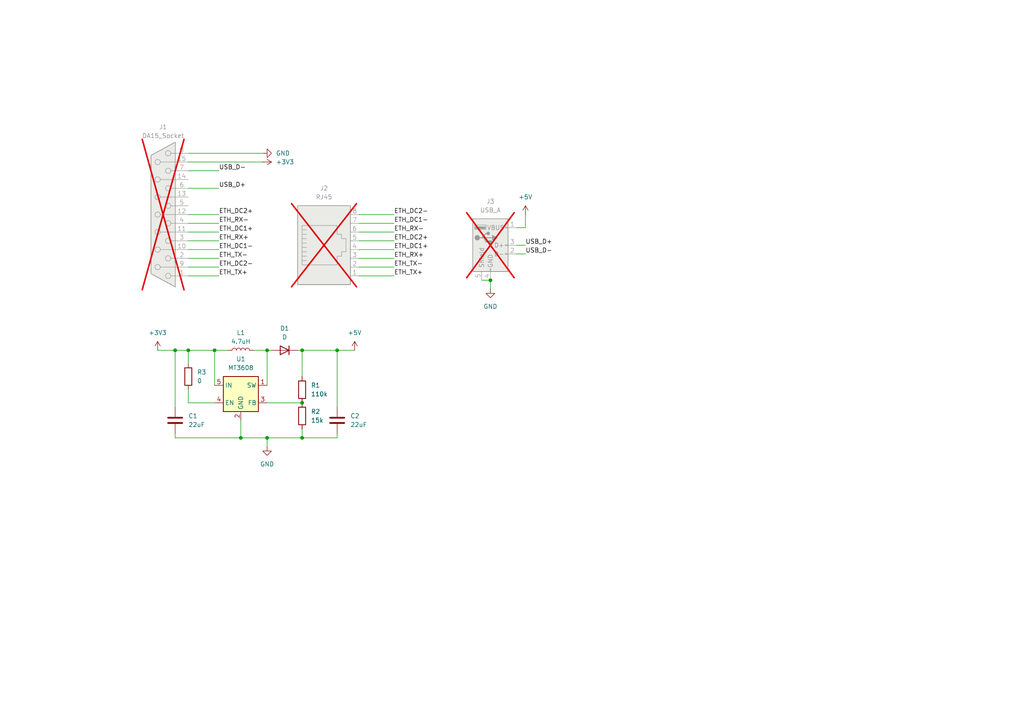
<source format=kicad_sch>
(kicad_sch (version 20250114) (generator "eeschema") (generator_version "9.0")
  (paper "A4")
  (lib_symbols
    (symbol "Connector:DA15_Socket" (pin_names (offset 1.016) (hide yes))
      (property "Reference" "J" (at 0.508 21.59 0))
      (property "Value" "DA15_Socket" (at 0 -22.225 0))
      (symbol "DA15_Socket_0_1"
        (polyline (pts (xy -3.81 20.955) (xy 3.175 17.145) (xy 3.175 -17.145) (xy -3.81 -20.955) (xy -3.81 20.955)) (stroke (width 0.254)) (fill (type background)))
        (polyline (pts (xy -3.81 17.78) (xy -2.54 17.78)))
        (polyline (pts (xy -3.81 15.24) (xy 0.508 15.24)))
        (polyline (pts (xy -3.81 12.7) (xy -2.54 12.7)))
        (polyline (pts (xy -3.81 10.16) (xy 0.508 10.16)))
        (polyline (pts (xy -3.81 7.62) (xy -2.54 7.62)))
        (polyline (pts (xy -3.81 5.08) (xy 0.508 5.08)))
        (polyline (pts (xy -3.81 2.54) (xy -2.54 2.54)))
        (polyline (pts (xy -3.81 0) (xy 0.508 0)))
        (polyline (pts (xy -3.81 -2.54) (xy -2.54 -2.54)))
        (polyline (pts (xy -3.81 -5.08) (xy 0.508 -5.08)))
        (polyline (pts (xy -3.81 -7.62) (xy -2.54 -7.62)))
        (polyline (pts (xy -3.81 -10.16) (xy 0.508 -10.16)))
        (polyline (pts (xy -3.81 -12.7) (xy -2.54 -12.7)))
        (polyline (pts (xy -3.81 -15.24) (xy 0.508 -15.24)))
        (polyline (pts (xy -3.81 -17.78) (xy -2.54 -17.78)))
        (circle (center -1.778 17.78) (radius 0.762))
        (circle (center -1.778 12.7) (radius 0.762))
        (circle (center -1.778 7.62) (radius 0.762))
        (circle (center -1.778 2.54) (radius 0.762))
        (circle (center -1.778 -2.54) (radius 0.762))
        (circle (center -1.778 -7.62) (radius 0.762))
        (circle (center -1.778 -12.7) (radius 0.762))
        (circle (center -1.778 -17.78) (radius 0.762))
        (circle (center 1.27 15.24) (radius 0.762))
        (circle (center 1.27 10.16) (radius 0.762))
        (circle (center 1.27 5.08) (radius 0.762))
        (circle (center 1.27 0) (radius 0.762))
        (circle (center 1.27 -5.08) (radius 0.762))
        (circle (center 1.27 -10.16) (radius 0.762))
        (circle (center 1.27 -15.24) (radius 0.762))
      )
      (symbol "DA15_Socket_1_1"
        (pin passive line (at -7.62 17.78 0) (length 3.81) (name "1") (number "1"))
        (pin passive line (at -7.62 15.24 0) (length 3.81) (name "P9") (number "9"))
        (pin passive line (at -7.62 12.7 0) (length 3.81) (name "2") (number "2"))
        (pin passive line (at -7.62 10.16 0) (length 3.81) (name "P10") (number "10"))
        (pin passive line (at -7.62 7.62 0) (length 3.81) (name "3") (number "3"))
        (pin passive line (at -7.62 5.08 0) (length 3.81) (name "P111") (number "11"))
        (pin passive line (at -7.62 2.54 0) (length 3.81) (name "4") (number "4"))
        (pin passive line (at -7.62 0 0) (length 3.81) (name "P12") (number "12"))
        (pin passive line (at -7.62 -2.54 0) (length 3.81) (name "5") (number "5"))
        (pin passive line (at -7.62 -5.08 0) (length 3.81) (name "P13") (number "13"))
        (pin passive line (at -7.62 -7.62 0) (length 3.81) (name "6") (number "6"))
        (pin passive line (at -7.62 -10.16 0) (length 3.81) (name "P14") (number "14"))
        (pin passive line (at -7.62 -12.7 0) (length 3.81) (name "7") (number "7"))
        (pin passive line (at -7.62 -15.24 0) (length 3.81) (name "P15") (number "15"))
        (pin passive line (at -7.62 -17.78 0) (length 3.81) (name "8") (number "8"))
      )
    )
    (symbol "Connector:RJ45" (pin_names (offset 1.016))
      (property "Reference" "J" (at -5.08 13.97 0))
      (property "Value" "RJ45" (at 2.54 13.97 0))
      (symbol "RJ45_0_1"
        (polyline (pts (xy -6.35 1.905) (xy -5.08 1.905) (xy -5.08 1.905)))
        (polyline (pts (xy -6.35 0.635) (xy -5.08 0.635) (xy -5.08 0.635)))
        (polyline (pts (xy -6.35 -0.635) (xy -5.08 -0.635) (xy -5.08 -0.635)))
        (polyline (pts (xy -6.35 -1.905) (xy -5.08 -1.905) (xy -5.08 -1.905)))
        (polyline (pts (xy -6.35 -3.175) (xy -5.08 -3.175) (xy -5.08 -3.175)))
        (polyline (pts (xy -6.35 -4.445) (xy -6.35 6.985) (xy 3.81 6.985) (xy 3.81 4.445) (xy 5.08 4.445) (xy 5.08 3.175) (xy 6.35 3.175) (xy 6.35 -0.635) (xy 5.08 -0.635) (xy 5.08 -1.905) (xy 3.81 -1.905) (xy 3.81 -4.445) (xy -6.35 -4.445) (xy -6.35 -4.445)))
        (polyline (pts (xy -5.08 5.715) (xy -6.35 5.715)))
        (polyline (pts (xy -5.08 4.445) (xy -6.35 4.445)))
        (polyline (pts (xy -5.08 3.175) (xy -6.35 3.175) (xy -6.35 3.175)))
        (rectangle (start 7.62 12.7) (end -7.62 -10.16) (stroke (width 0.254)) (fill (type background)))
      )
      (symbol "RJ45_1_1"
        (pin passive line (at 10.16 10.16 180) (length 2.54) (name "~") (number "8"))
        (pin passive line (at 10.16 7.62 180) (length 2.54) (name "~") (number "7"))
        (pin passive line (at 10.16 5.08 180) (length 2.54) (name "~") (number "6"))
        (pin passive line (at 10.16 2.54 180) (length 2.54) (name "~") (number "5"))
        (pin passive line (at 10.16 0 180) (length 2.54) (name "~") (number "4"))
        (pin passive line (at 10.16 -2.54 180) (length 2.54) (name "~") (number "3"))
        (pin passive line (at 10.16 -5.08 180) (length 2.54) (name "~") (number "2"))
        (pin passive line (at 10.16 -7.62 180) (length 2.54) (name "~") (number "1"))
      )
    )
    (symbol "Connector:USB_A" (pin_names (offset 1.016))
      (property "Reference" "J" (at -5.08 11.43 0))
      (property "Value" "USB_A" (at -5.08 8.89 0))
      (symbol "USB_A_0_1"
        (rectangle (start -5.08 -7.62) (end 5.08 7.62) (stroke (width 0.254)) (fill (type background)))
        (circle (center -3.81 2.159) (radius 0.635) (stroke (width 0.254)) (fill (type outline)))
        (polyline (pts (xy -3.175 2.159) (xy -2.54 2.159) (xy -1.27 3.429) (xy -0.635 3.429)) (stroke (width 0.254)))
        (polyline (pts (xy -2.54 2.159) (xy -1.905 2.159) (xy -1.27 0.889) (xy 0 0.889)) (stroke (width 0.254)))
        (rectangle (start -1.524 4.826) (end -4.318 5.334) (fill (type outline)))
        (rectangle (start -1.27 4.572) (end -4.572 5.842))
        (circle (center -0.635 3.429) (radius 0.381) (stroke (width 0.254)) (fill (type outline)))
        (rectangle (start -0.127 -7.62) (end 0.127 -6.858))
        (rectangle (start 0.254 1.27) (end -0.508 0.508) (stroke (width 0.254)) (fill (type outline)))
        (polyline (pts (xy 0.635 2.794) (xy 0.635 1.524) (xy 1.905 2.159) (xy 0.635 2.794)) (stroke (width 0.254)) (fill (type outline)))
        (rectangle (start 5.08 4.953) (end 4.318 5.207))
        (rectangle (start 5.08 -0.127) (end 4.318 0.127))
        (rectangle (start 5.08 -2.667) (end 4.318 -2.413))
      )
      (symbol "USB_A_1_1"
        (polyline (pts (xy -1.905 2.159) (xy 0.635 2.159)) (stroke (width 0.254)))
        (pin passive line (at -2.54 -10.16 90) (length 2.54) (name "Shield") (number "5"))
        (pin power_in line (at 0 -10.16 90) (length 2.54) (name "GND") (number "4"))
        (pin power_in line (at 7.62 5.08 180) (length 2.54) (name "VBUS") (number "1"))
        (pin bidirectional line (at 7.62 0 180) (length 2.54) (name "D+") (number "3"))
        (pin bidirectional line (at 7.62 -2.54 180) (length 2.54) (name "D-") (number "2"))
      )
    )
    (symbol "Device:C" (pin_numbers (hide yes)) (pin_names (offset 0.254))
      (property "Reference" "C" (at 0.635 2.54 0))
      (property "Value" "C" (at 0.635 -2.54 0))
      (symbol "C_0_1"
        (polyline (pts (xy -2.032 0.762) (xy 2.032 0.762)) (stroke (width 0.508)))
        (polyline (pts (xy -2.032 -0.762) (xy 2.032 -0.762)) (stroke (width 0.508)))
      )
      (symbol "C_1_1"
        (pin passive line (at 0 3.81 270) (length 2.794) (name "~") (number "1"))
        (pin passive line (at 0 -3.81 90) (length 2.794) (name "~") (number "2"))
      )
    )
    (symbol "Device:D" (pin_numbers (hide yes)) (pin_names (offset 1.016) (hide yes))
      (property "Reference" "D" (at 0 2.54 0))
      (property "Value" "D" (at 0 -2.54 0))
      (symbol "D_0_1"
        (polyline (pts (xy -1.27 1.27) (xy -1.27 -1.27)) (stroke (width 0.254)))
        (polyline (pts (xy 1.27 1.27) (xy 1.27 -1.27) (xy -1.27 0) (xy 1.27 1.27)) (stroke (width 0.254)))
        (polyline (pts (xy 1.27 0) (xy -1.27 0)))
      )
      (symbol "D_1_1"
        (pin passive line (at -3.81 0 0) (length 2.54) (name "K") (number "1"))
        (pin passive line (at 3.81 0 180) (length 2.54) (name "A") (number "2"))
      )
    )
    (symbol "Device:L" (pin_numbers (hide yes)) (pin_names (offset 1.016) (hide yes))
      (property "Reference" "L" (at -1.27 0 90))
      (property "Value" "L" (at 1.905 0 90))
      (symbol "L_0_1"
        (arc (start 0 2.54) (mid 0.6323 1.905) (end 0 1.27))
        (arc (start 0 1.27) (mid 0.6323 0.635) (end 0 0))
        (arc (start 0 0) (mid 0.6323 -0.635) (end 0 -1.27))
        (arc (start 0 -1.27) (mid 0.6323 -1.905) (end 0 -2.54))
      )
      (symbol "L_1_1"
        (pin passive line (at 0 3.81 270) (length 1.27) (name "1") (number "1"))
        (pin passive line (at 0 -3.81 90) (length 1.27) (name "2") (number "2"))
      )
    )
    (symbol "Device:R" (pin_numbers (hide yes)) (pin_names (offset 0))
      (property "Reference" "R" (at 2.032 0 90))
      (property "Value" "R" (at 0 0 90))
      (symbol "R_0_1"
        (rectangle (start -1.016 -2.54) (end 1.016 2.54) (stroke (width 0.254)))
      )
      (symbol "R_1_1"
        (pin passive line (at 0 3.81 270) (length 1.27) (name "~") (number "1"))
        (pin passive line (at 0 -3.81 90) (length 1.27) (name "~") (number "2"))
      )
    )
    (symbol "Regulator_Switching:MT3608"
      (property "Reference" "U" (at -2.54 8.89 0))
      (property "Value" "MT3608" (at -3.81 6.35 0))
      (symbol "MT3608_0_1"
        (rectangle (start -5.08 5.08) (end 5.08 -5.08) (stroke (width 0.254)) (fill (type background)))
      )
      (symbol "MT3608_1_1"
        (pin power_in line (at -7.62 2.54 0) (length 2.54) (name "IN") (number "5"))
        (pin input line (at -7.62 -2.54 0) (length 2.54) (name "EN") (number "4"))
        (pin power_in line (at 0 -7.62 90) (length 2.54) (name "GND") (number "2"))
        (pin no_connect line (at 5.08 0 180) (length 2.54) (hide yes) (name "NC") (number "6"))
        (pin passive line (at 7.62 2.54 180) (length 2.54) (name "SW") (number "1"))
        (pin input line (at 7.62 -2.54 180) (length 2.54) (name "FB") (number "3"))
      )
    )
    (symbol "power:+3V3" (power) (pin_numbers (hide yes)) (pin_names (offset 0) (hide yes))
      (property "Value" "+3V3" (at 0 3.556 0))
      (symbol "+3V3_0_1"
        (polyline (pts (xy -0.762 1.27) (xy 0 2.54)))
        (polyline (pts (xy 0 2.54) (xy 0.762 1.27)))
        (polyline (pts (xy 0 0) (xy 0 2.54)))
      )
      (symbol "+3V3_1_1"
        (pin power_in line (at 0 0 90) (length 0) (name "~") (number "1"))
      )
    )
    (symbol "power:+5V" (power) (pin_numbers (hide yes)) (pin_names (offset 0) (hide yes))
      (property "Value" "+5V" (at 0 3.556 0))
      (symbol "+5V_0_1"
        (polyline (pts (xy -0.762 1.27) (xy 0 2.54)))
        (polyline (pts (xy 0 2.54) (xy 0.762 1.27)))
        (polyline (pts (xy 0 0) (xy 0 2.54)))
      )
      (symbol "+5V_1_1"
        (pin power_in line (at 0 0 90) (length 0) (name "~") (number "1"))
      )
    )
    (symbol "power:GND" (power) (pin_numbers (hide yes)) (pin_names (offset 0) (hide yes))
      (property "Value" "GND" (at 0 -3.81 0))
      (symbol "GND_0_1"
        (polyline (pts (xy 0 0) (xy 0 -1.27) (xy 1.27 -1.27) (xy 0 -2.54) (xy -1.27 -1.27) (xy 0 -1.27)))
      )
      (symbol "GND_1_1"
        (pin power_in line (at 0 0 270) (length 0) (name "~") (number "1"))
      )
    )
  )
  (junction (at 54.61 101.6))
  (junction (at 50.8 101.6))
  (junction (at 97.79 101.6))
  (junction (at 87.63 101.6))
  (junction (at 77.47 101.6))
  (junction (at 142.24 81.28))
  (junction (at 87.63 127))
  (junction (at 69.85 127))
  (junction (at 77.47 127))
  (junction (at 62.23 101.6))
  (junction (at 87.63 116.84))
  (wire (pts (xy 86.36 101.6) (xy 87.63 101.6)))
  (wire (pts (xy 63.5 49.53) (xy 54.61 49.53)))
  (wire (pts (xy 54.61 67.31) (xy 63.5 67.31)))
  (wire (pts (xy 54.61 64.77) (xy 63.5 64.77)))
  (wire (pts (xy 62.23 111.76) (xy 62.23 101.6)))
  (wire (pts (xy 142.24 83.82) (xy 142.24 81.28)))
  (wire (pts (xy 87.63 109.22) (xy 87.63 101.6)))
  (wire (pts (xy 69.85 121.92) (xy 69.85 127)))
  (wire (pts (xy 54.61 69.85) (xy 63.5 69.85)))
  (wire (pts (xy 152.4 62.23) (xy 152.4 66.04)))
  (wire (pts (xy 54.61 101.6) (xy 54.61 105.41)))
  (wire (pts (xy 77.47 127) (xy 87.63 127)))
  (wire (pts (xy 50.8 127) (xy 69.85 127)))
  (wire (pts (xy 50.8 127) (xy 50.8 125.73)))
  (wire (pts (xy 45.72 101.6) (xy 50.8 101.6)))
  (wire (pts (xy 77.47 101.6) (xy 73.66 101.6)))
  (wire (pts (xy 77.47 127) (xy 69.85 127)))
  (wire (pts (xy 54.61 77.47) (xy 63.5 77.47)))
  (wire (pts (xy 54.61 72.39) (xy 63.5 72.39)))
  (wire (pts (xy 104.14 74.93) (xy 114.3 74.93)))
  (wire (pts (xy 78.74 101.6) (xy 77.47 101.6)))
  (wire (pts (xy 76.2 44.45) (xy 54.61 44.45)))
  (wire (pts (xy 54.61 80.01) (xy 63.5 80.01)))
  (wire (pts (xy 50.8 101.6) (xy 54.61 101.6)))
  (wire (pts (xy 87.63 124.46) (xy 87.63 127)))
  (wire (pts (xy 152.4 66.04) (xy 149.86 66.04)))
  (wire (pts (xy 97.79 101.6) (xy 97.79 118.11)))
  (wire (pts (xy 104.14 69.85) (xy 114.3 69.85)))
  (wire (pts (xy 152.4 73.66) (xy 149.86 73.66)))
  (wire (pts (xy 54.61 62.23) (xy 63.5 62.23)))
  (wire (pts (xy 104.14 64.77) (xy 114.3 64.77)))
  (wire (pts (xy 77.47 111.76) (xy 77.47 101.6)))
  (wire (pts (xy 54.61 116.84) (xy 62.23 116.84)))
  (wire (pts (xy 97.79 125.73) (xy 97.79 127)))
  (wire (pts (xy 104.14 72.39) (xy 114.3 72.39)))
  (wire (pts (xy 104.14 62.23) (xy 114.3 62.23)))
  (wire (pts (xy 54.61 113.03) (xy 54.61 116.84)))
  (wire (pts (xy 152.4 71.12) (xy 149.86 71.12)))
  (wire (pts (xy 50.8 101.6) (xy 50.8 118.11)))
  (wire (pts (xy 62.23 101.6) (xy 66.04 101.6)))
  (wire (pts (xy 76.2 46.99) (xy 54.61 46.99)))
  (wire (pts (xy 97.79 101.6) (xy 102.87 101.6)))
  (wire (pts (xy 104.14 67.31) (xy 114.3 67.31)))
  (wire (pts (xy 139.7 81.28) (xy 142.24 81.28)))
  (wire (pts (xy 54.61 101.6) (xy 62.23 101.6)))
  (wire (pts (xy 87.63 101.6) (xy 97.79 101.6)))
  (wire (pts (xy 97.79 127) (xy 87.63 127)))
  (wire (pts (xy 63.5 54.61) (xy 54.61 54.61)))
  (wire (pts (xy 104.14 80.01) (xy 114.3 80.01)))
  (wire (pts (xy 54.61 74.93) (xy 63.5 74.93)))
  (wire (pts (xy 77.47 116.84) (xy 87.63 116.84)))
  (wire (pts (xy 104.14 77.47) (xy 114.3 77.47)))
  (wire (pts (xy 77.47 127) (xy 77.47 129.54)))
  (label "USB_D-" (at 63.5 49.53 0))
  (label "ETH_DC2-" (at 114.3 62.23 0))
  (label "ETH_TX+" (at 114.3 80.01 0))
  (label "ETH_DC1-" (at 63.5 72.39 0))
  (label "ETH_RX+" (at 63.5 69.85 0))
  (label "USB_D+" (at 152.4 71.12 0))
  (label "USB_D-" (at 152.4 73.66 0))
  (label "ETH_TX-" (at 63.5 74.93 0))
  (label "ETH_TX+" (at 63.5 80.01 0))
  (label "ETH_DC1-" (at 114.3 64.77 0))
  (label "ETH_RX-" (at 63.5 64.77 0))
  (label "ETH_DC2+" (at 114.3 69.85 0))
  (label "ETH_TX-" (at 114.3 77.47 0))
  (label "ETH_RX+" (at 114.3 74.93 0))
  (label "ETH_DC2-" (at 63.5 77.47 0))
  (label "USB_D+" (at 63.5 54.61 0))
  (label "ETH_DC1+" (at 63.5 67.31 0))
  (label "ETH_RX-" (at 114.3 67.31 0))
  (label "ETH_DC1+" (at 114.3 72.39 0))
  (label "ETH_DC2+" (at 63.5 62.23 0))
  (symbol (lib_id "Connector:RJ45") (at 93.98 72.39 0) (unit 1) (in_bom no) (dnp yes)
    (property "Reference" "J2" (at 93.98 54.61 0))
    (property "Value" "RJ45" (at 93.98 57.15 0))
    (property "Footprint" "Connector_RJ:RJ45_OST_PJ012-8P8CX_Vertical" (effects (hide yes)))
    (property "Description" "RJ connector, 8P8C (8 positions 8 connected)" (effects (hide yes)))
  )
  (symbol (lib_id "power:+3V3") (at 76.2 46.99 270) (unit 1)
    (property "Reference" "#PWR07" (effects (hide yes)))
    (property "Value" "+3V3" (at 80.01 46.9899 90) (effects (justify left)))
    (property "Description" "Power symbol creates a global label with name \"+3V3\"" (effects (hide yes)))
  )
  (symbol (lib_id "Device:R") (at 54.61 109.22 0) (unit 1)
    (property "Reference" "R3" (at 57.15 107.9499 0) (effects (justify left)))
    (property "Value" "0" (at 57.15 110.4899 0) (effects (justify left)))
    (property "Footprint" "Resistor_SMD:R_0402_1005Metric" (effects (hide yes)))
    (property "Description" "Resistor" (effects (hide yes)))
    (property "LCSC" "C106231" (effects (hide yes)))
  )
  (symbol (lib_id "Regulator_Switching:MT3608") (at 69.85 114.3 0) (unit 1)
    (property "Reference" "U1" (at 69.85 104.14 0))
    (property "Value" "MT3608" (at 69.85 106.68 0))
    (property "Footprint" "Package_TO_SOT_SMD:SOT-23-6" (effects (hide yes)))
    (property "Datasheet" "https://www.lcsc.com/datasheet/C84817.pdf" (effects (hide yes)))
    (property "Description" "High Efficiency 1.2MHz 2A Step Up Converter, 2-24V Vin, 28V Vout, 4A current limit, 1.2MHz, SOT23-6" (effects (hide yes)))
    (property "LCSC" "C84817" (effects (hide yes)))
  )
  (symbol (lib_id "Connector:USB_A") (at 142.24 71.12 0) (unit 1) (in_bom no) (dnp yes)
    (property "Reference" "J3" (at 142.24 58.42 0))
    (property "Value" "USB_A" (at 142.24 60.96 0))
    (property "Footprint" "Connector_USB:USB_A_Molex_105057_Vertical" (effects (hide yes)))
    (property "Description" "USB Type A connector" (effects (hide yes)))
  )
  (symbol (lib_id "power:GND") (at 77.47 129.54 0) (unit 1)
    (property "Reference" "#PWR01" (effects (hide yes)))
    (property "Value" "GND" (at 77.47 134.62 0))
    (property "Description" "Power symbol creates a global label with name \"GND\" , ground" (effects (hide yes)))
  )
  (symbol (lib_id "power:+3V3") (at 45.72 101.6 0) (unit 1)
    (property "Reference" "#PWR02" (effects (hide yes)))
    (property "Value" "+3V3" (at 45.72 96.52 0))
    (property "Description" "Power symbol creates a global label with name \"+3V3\"" (effects (hide yes)))
  )
  (symbol (lib_id "power:GND") (at 76.2 44.45 90) (unit 1)
    (property "Reference" "#PWR04" (effects (hide yes)))
    (property "Value" "GND" (at 80.01 44.4499 90) (effects (justify right)))
    (property "Description" "Power symbol creates a global label with name \"GND\" , ground" (effects (hide yes)))
  )
  (symbol (lib_id "Connector:DA15_Socket") (at 46.99 62.23 180) (unit 1) (in_bom no) (dnp yes)
    (property "Reference" "J1" (at 47.3075 36.83 0))
    (property "Value" "DA15_Socket" (at 47.3075 39.37 0))
    (property "Footprint" "Connector_Dsub:DSUB-15_Socket_Vertical_P2.77x2.84mm" (effects (hide yes)))
    (property "Description" "15-pin D-SUB connector, socket (female) (low-density/2 columns)" (effects (hide yes)))
  )
  (symbol (lib_id "Device:D") (at 82.55 101.6 180) (unit 1)
    (property "Reference" "D1" (at 82.55 95.25 0))
    (property "Value" "D" (at 82.55 97.79 0))
    (property "Footprint" "Diode_SMD:D_SMA" (effects (hide yes)))
    (property "Datasheet" "https://www.lcsc.com/datasheet/C727050.pdf" (effects (hide yes)))
    (property "Description" "Diode" (effects (hide yes)))
    (property "Sim.Device" "D" (effects (hide yes)))
    (property "Sim.Pins" "1=K 2=A" (effects (hide yes)))
    (property "LCSC" "C727050" (effects (hide yes)))
  )
  (symbol (lib_id "Device:R") (at 87.63 120.65 0) (unit 1)
    (property "Reference" "R2" (at 90.17 119.3799 0) (effects (justify left)))
    (property "Value" "15k" (at 90.17 121.9199 0) (effects (justify left)))
    (property "Footprint" "Resistor_SMD:R_0603_1608Metric" (effects (hide yes)))
    (property "Datasheet" "https://www.lcsc.com/datasheet/C2906995.pdf" (effects (hide yes)))
    (property "Description" "Resistor" (effects (hide yes)))
    (property "LCSC" "C2906995" (effects (hide yes)))
  )
  (symbol (lib_id "Device:R") (at 87.63 113.03 0) (unit 1)
    (property "Reference" "R1" (at 90.17 111.7599 0) (effects (justify left)))
    (property "Value" "110k" (at 90.17 114.2999 0) (effects (justify left)))
    (property "Footprint" "Resistor_SMD:R_0603_1608Metric" (effects (hide yes)))
    (property "Datasheet" "https://www.lcsc.com/datasheet/C2906984.pdf" (effects (hide yes)))
    (property "Description" "Resistor" (effects (hide yes)))
    (property "LCSC" "C2906984" (effects (hide yes)))
  )
  (symbol (lib_id "power:+5V") (at 152.4 62.23 0) (unit 1)
    (property "Reference" "#PWR06" (effects (hide yes)))
    (property "Value" "+5V" (at 152.4 57.15 0))
    (property "Description" "Power symbol creates a global label with name \"+5V\"" (effects (hide yes)))
  )
  (symbol (lib_id "Device:L") (at 69.85 101.6 90) (unit 1)
    (property "Reference" "L1" (at 69.85 96.52 90))
    (property "Value" "4.7uH" (at 69.85 99.06 90))
    (property "Footprint" "Inductor_SMD:L_APV_APH0630" (effects (hide yes)))
    (property "Datasheet" "https://www.lcsc.com/datasheet/C5349702.pdf" (effects (hide yes)))
    (property "Description" "Inductor" (effects (hide yes)))
    (property "LCSC" "C5349702" (effects (hide yes)))
  )
  (symbol (lib_id "power:GND") (at 142.24 83.82 0) (unit 1)
    (property "Reference" "#PWR05" (effects (hide yes)))
    (property "Value" "GND" (at 142.24 88.9 0))
    (property "Description" "Power symbol creates a global label with name \"GND\" , ground" (effects (hide yes)))
  )
  (symbol (lib_id "Device:C") (at 50.8 121.92 0) (unit 1)
    (property "Reference" "C1" (at 54.61 120.6499 0) (effects (justify left)))
    (property "Value" "22uF" (at 54.61 123.1899 0) (effects (justify left)))
    (property "Footprint" "Capacitor_SMD:C_0603_1608Metric" (effects (hide yes)))
    (property "Datasheet" "https://www.lcsc.com/datasheet/C86295.pdf" (effects (hide yes)))
    (property "Description" "Unpolarized capacitor" (effects (hide yes)))
    (property "LCSC" "C86295" (effects (hide yes)))
  )
  (symbol (lib_id "Device:C") (at 97.79 121.92 0) (unit 1)
    (property "Reference" "C2" (at 101.6 120.6499 0) (effects (justify left)))
    (property "Value" "22uF" (at 101.6 123.1899 0) (effects (justify left)))
    (property "Footprint" "Capacitor_SMD:C_0603_1608Metric" (effects (hide yes)))
    (property "Datasheet" "https://www.lcsc.com/datasheet/C86295.pdf" (effects (hide yes)))
    (property "Description" "Unpolarized capacitor" (effects (hide yes)))
    (property "LCSC" "C86295" (effects (hide yes)))
  )
  (symbol (lib_id "power:+5V") (at 102.87 101.6 0) (unit 1)
    (property "Reference" "#PWR03" (effects (hide yes)))
    (property "Value" "+5V" (at 102.87 96.52 0))
    (property "Description" "Power symbol creates a global label with name \"+5V\"" (effects (hide yes)))
  )
)
</source>
